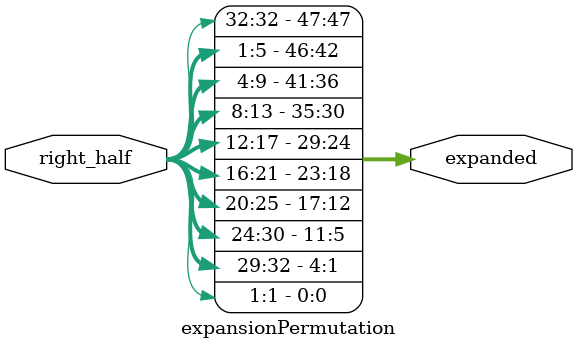
<source format=v>
module expansionPermutation (input wire [1:32] right_half, output reg [1:48] expanded);
	always @ (right_half) begin
		expanded[1]<= right_half[32];
		expanded[2:5]<= right_half[1:4];
		expanded[6]<=right_half[5];

		expanded[7]<=right_half[4];								 
		expanded[8:11]<=right_half[5:8];
		expanded[12]<=right_half[9];

		expanded[13]<=right_half[8];
		expanded[14:17]<=right_half[9:12];
		expanded[18]<=right_half[13];

		expanded[19]<=right_half[12];
		expanded[20:23]<=right_half[13:16];
		expanded[24]<=right_half[17];

		expanded[25]<=right_half[16];
		expanded[26:29]<=right_half[17:20];
		expanded[30]<=right_half[21];

		expanded[31]<=right_half[20];
		expanded[32:35]<=right_half[21:24];
		expanded[36]<=right_half[25];

		expanded[37]<=right_half[24];
		expanded[38:41]<=right_half[25:28];
		expanded[42]<=right_half[29];

		expanded[43]<=right_half[30];
		expanded[44:47]<=right_half[29:32];
		expanded[48]<=right_half[1];
	end
endmodule

</source>
